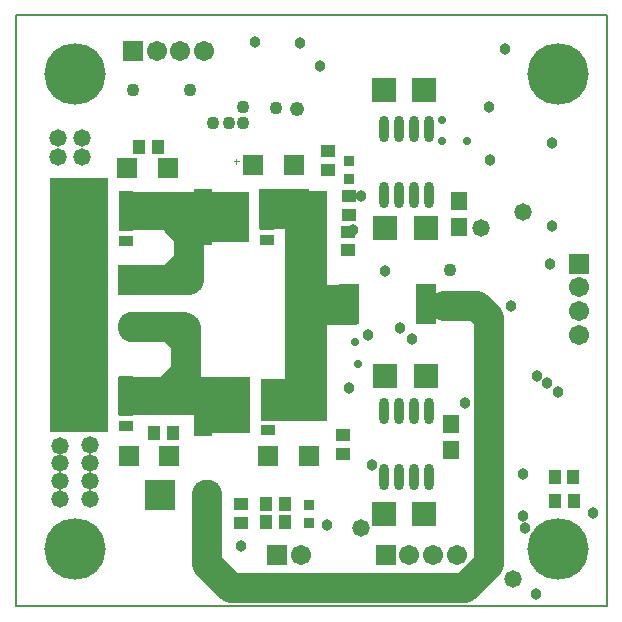
<source format=gbs>
G04*
G04 #@! TF.GenerationSoftware,Altium Limited,Altium Designer,18.1.3 (115)*
G04*
G04 Layer_Color=16711935*
%FSLAX25Y25*%
%MOIN*%
G70*
G01*
G75*
%ADD15C,0.00800*%
%ADD20C,0.00394*%
%ADD26R,0.03800X0.03800*%
%ADD27R,0.07887X0.07887*%
%ADD28R,0.06800X0.06800*%
%ADD37R,0.03950X0.04599*%
%ADD41C,0.06706*%
%ADD50R,0.04599X0.03950*%
%ADD52R,0.10249X0.10249*%
%ADD53C,0.10249*%
%ADD54R,0.06706X0.06706*%
%ADD55R,0.06706X0.06706*%
%ADD56C,0.20485*%
%ADD57R,0.10249X0.10249*%
%ADD58C,0.03800*%
%ADD59C,0.05800*%
%ADD60C,0.04300*%
%ADD61C,0.04800*%
%ADD62C,0.02800*%
%ADD119C,0.10000*%
%ADD126R,0.20500X0.13500*%
%ADD128R,0.14000X0.14000*%
%ADD129R,0.16500X0.13500*%
%ADD130R,0.43000X0.13000*%
%ADD131R,0.44000X0.13000*%
%ADD132R,0.19300X0.84600*%
%ADD133R,0.14000X0.77000*%
%ADD134R,0.05800X0.06312*%
%ADD135R,0.05118X0.03347*%
%ADD136R,0.06496X0.19095*%
%ADD137R,0.09252X0.17126*%
%ADD138R,0.06900X0.13792*%
%ADD139O,0.03200X0.08800*%
G36*
X52500Y81000D02*
X47500Y76000D01*
X52500D01*
Y81000D01*
D02*
G37*
G36*
X47500Y90000D02*
X52500Y85000D01*
Y90000D01*
X47500D01*
D02*
G37*
G36*
X53500Y118000D02*
X48500Y113000D01*
X53500D01*
Y118000D01*
D02*
G37*
D15*
X196850Y-100D02*
Y196750D01*
X0Y-100D02*
X196850Y-100D01*
X0D02*
Y196750D01*
Y196750D02*
X196850Y196750D01*
D20*
X73400Y147313D02*
Y148887D01*
X72613Y148100D02*
X74187D01*
D26*
X111000Y142100D02*
D03*
Y148100D02*
D03*
X97500Y33500D02*
D03*
Y27500D02*
D03*
D27*
X123000Y76500D02*
D03*
X136500D02*
D03*
X136000Y172000D02*
D03*
X122500D02*
D03*
X136500Y126000D02*
D03*
X123000D02*
D03*
X122500Y30500D02*
D03*
X136000D02*
D03*
D28*
X84000Y50000D02*
D03*
X97500D02*
D03*
X79000Y147000D02*
D03*
X92500D02*
D03*
X37000Y146000D02*
D03*
X50500D02*
D03*
X37500Y50000D02*
D03*
X51000D02*
D03*
D37*
X52299Y57500D02*
D03*
X46000D02*
D03*
X41000Y153000D02*
D03*
X47299D02*
D03*
X83402Y27799D02*
D03*
X89701D02*
D03*
X89500Y33799D02*
D03*
X83201D02*
D03*
X186000Y35000D02*
D03*
X179701D02*
D03*
X185799Y43000D02*
D03*
X179500D02*
D03*
D41*
X187500Y90326D02*
D03*
Y98200D02*
D03*
Y106074D02*
D03*
X95000Y17000D02*
D03*
X131126D02*
D03*
X139000D02*
D03*
X146874D02*
D03*
X46874Y185000D02*
D03*
X54748D02*
D03*
X62622D02*
D03*
D50*
X109000Y50500D02*
D03*
Y56799D02*
D03*
X110599Y118401D02*
D03*
Y124700D02*
D03*
X111000Y136500D02*
D03*
Y130201D02*
D03*
X104000Y145201D02*
D03*
Y151500D02*
D03*
X75000Y33799D02*
D03*
Y27500D02*
D03*
D52*
X39000Y108591D02*
D03*
D53*
Y93000D02*
D03*
X63500Y37000D02*
D03*
D54*
X187500Y113948D02*
D03*
D55*
X87126Y17000D02*
D03*
X123252D02*
D03*
X39000Y185000D02*
D03*
D56*
X180500Y19000D02*
D03*
X19685Y177065D02*
D03*
X180500D02*
D03*
X19685Y19000D02*
D03*
D57*
X47909Y37000D02*
D03*
D58*
X192400Y30900D02*
D03*
X112400Y125100D02*
D03*
X178521Y154221D02*
D03*
X75000Y20000D02*
D03*
X103600Y26800D02*
D03*
X79600Y187800D02*
D03*
X178600Y126600D02*
D03*
X177900Y113948D02*
D03*
X94800Y187400D02*
D03*
X101400Y179900D02*
D03*
X117200Y90100D02*
D03*
X123000Y111500D02*
D03*
X173700Y76600D02*
D03*
X177100Y74300D02*
D03*
X180500Y71200D02*
D03*
X157800Y166200D02*
D03*
X165000Y99800D02*
D03*
X142500Y101500D02*
D03*
X173400Y3800D02*
D03*
X163000Y185700D02*
D03*
X158000Y148600D02*
D03*
X115000Y136500D02*
D03*
X132096Y89000D02*
D03*
X128000Y92500D02*
D03*
X112500Y100000D02*
D03*
X169000Y44000D02*
D03*
X169500Y26000D02*
D03*
X169000Y30000D02*
D03*
X118500Y47000D02*
D03*
X111000Y72500D02*
D03*
X149500Y67500D02*
D03*
D59*
X14800Y47600D02*
D03*
Y35600D02*
D03*
Y41600D02*
D03*
X24600Y53600D02*
D03*
Y47600D02*
D03*
Y35600D02*
D03*
X14800Y53200D02*
D03*
X24600Y41600D02*
D03*
X155000Y126000D02*
D03*
X168900Y131100D02*
D03*
X22000Y149500D02*
D03*
X14000D02*
D03*
Y156000D02*
D03*
X165500Y9000D02*
D03*
X22000Y156000D02*
D03*
X115000Y26000D02*
D03*
D60*
X86500Y166000D02*
D03*
X75500Y166100D02*
D03*
X75600Y161000D02*
D03*
X70900D02*
D03*
X144500Y112000D02*
D03*
X39000Y172000D02*
D03*
X58000D02*
D03*
X65500Y161000D02*
D03*
D61*
X93500Y165500D02*
D03*
D62*
X150300Y154900D02*
D03*
X113049Y88051D02*
D03*
X113900Y80500D02*
D03*
X142000Y155000D02*
D03*
Y162000D02*
D03*
D119*
X63500Y14000D02*
Y37000D01*
Y14000D02*
X71500Y6000D01*
X56500Y71988D02*
Y92500D01*
X39000Y93000D02*
X56000D01*
X39000Y108591D02*
X57500D01*
X53591Y127591D02*
X57500Y123681D01*
Y108591D02*
Y123681D01*
X149500Y6000D02*
X157500Y14000D01*
X71500Y6000D02*
X149500Y6000D01*
X157500Y14000D02*
Y96000D01*
X142500Y100000D02*
X153500D01*
X157500Y96000D01*
D126*
X103750Y100250D02*
D03*
D128*
X88500Y68500D02*
D03*
D129*
X89250Y132250D02*
D03*
D130*
X55500Y131500D02*
D03*
D131*
X56000Y70000D02*
D03*
D132*
X20850Y100200D02*
D03*
D133*
X96500Y100000D02*
D03*
D134*
X145028Y60505D02*
D03*
Y51804D02*
D03*
X147500Y135000D02*
D03*
Y126299D02*
D03*
D135*
X83770Y132000D02*
D03*
Y137000D02*
D03*
Y127000D02*
D03*
Y122000D02*
D03*
X84043Y68500D02*
D03*
Y73500D02*
D03*
Y63500D02*
D03*
Y58500D02*
D03*
X36770Y121500D02*
D03*
Y126500D02*
D03*
Y136500D02*
D03*
Y131500D02*
D03*
Y60000D02*
D03*
Y65000D02*
D03*
Y75000D02*
D03*
Y70000D02*
D03*
D136*
X62214Y129500D02*
D03*
X62488Y66000D02*
D03*
X15214Y129000D02*
D03*
Y67500D02*
D03*
D137*
X73041Y129500D02*
D03*
X67726D02*
D03*
X73315Y66000D02*
D03*
X68000D02*
D03*
X20726Y129000D02*
D03*
X26041D02*
D03*
X20726Y67500D02*
D03*
X26041D02*
D03*
D138*
X136500Y100500D02*
D03*
X111000D02*
D03*
D139*
X127500Y137000D02*
D03*
X132500D02*
D03*
X137500Y43000D02*
D03*
X132500D02*
D03*
X127500D02*
D03*
X122500D02*
D03*
X137500Y65000D02*
D03*
X127500D02*
D03*
X122500D02*
D03*
X132500D02*
D03*
X122500Y159000D02*
D03*
X127500D02*
D03*
X132500D02*
D03*
X137500D02*
D03*
X122500Y137000D02*
D03*
X137500D02*
D03*
M02*

</source>
